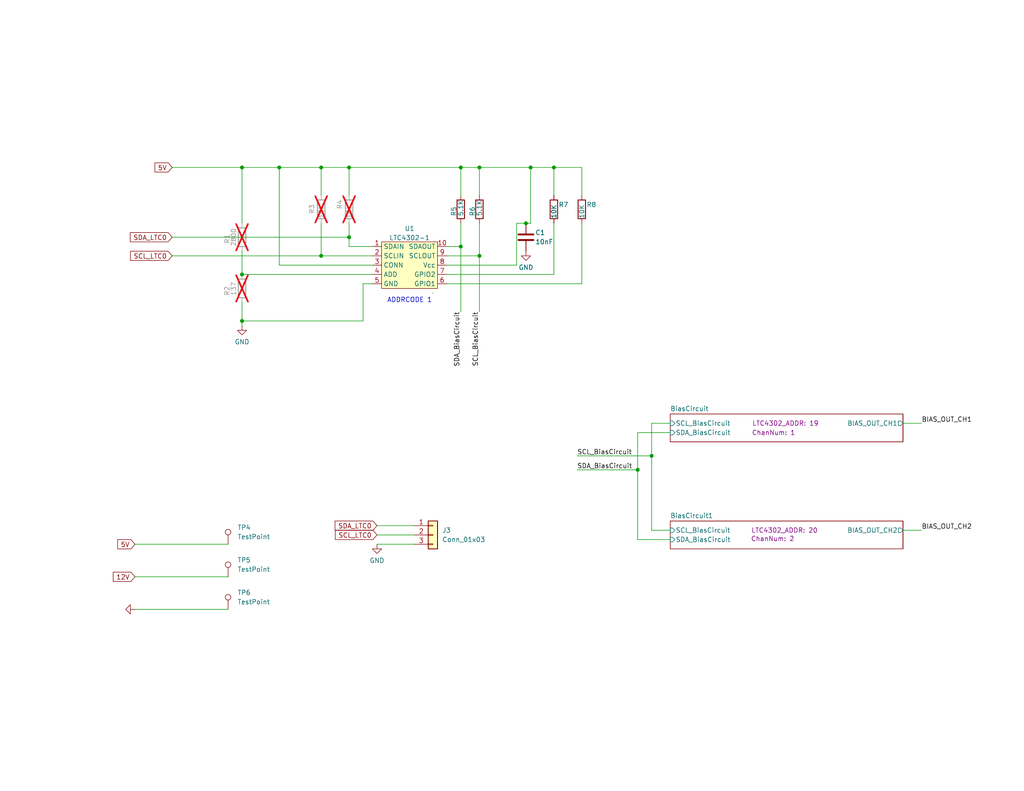
<source format=kicad_sch>
(kicad_sch (version 20250114) (generator "eeschema") (generator_version "9.0")
  (paper "USLetter")
  (title_block (rev "1"))
  (lib_symbols
    (symbol "ALPACA:10k" (pin_numbers (hide yes)) (pin_names (offset 0))
      (property "Reference" "R62" (at 1.905 0.635 0))
      (property "Value" "10k" (at 0 -2.54 90))
      (symbol "10k_0_1"
        (rectangle (start -1.016 -2.54) (end 1.016 2.54) (stroke (width 0.254)))
      )
      (symbol "10k_1_1"
        (pin passive line (at 0 3.81 270) (length 1.27) (name "~") (number "1"))
        (pin passive line (at 0 -3.81 90) (length 1.27) (name "~") (number "2"))
      )
    )
    (symbol "ALPACA:5.1k" (pin_numbers (hide yes)) (pin_names (offset 0))
      (property "Reference" "R65" (at -3.81 0.635 0))
      (property "Value" "5.1k" (at 0 -1.905 90))
      (symbol "5.1k_0_1"
        (rectangle (start -1.016 -2.54) (end 1.016 2.54) (stroke (width 0.254)))
      )
      (symbol "5.1k_1_1"
        (pin passive line (at 0 3.81 270) (length 1.27) (name "~") (number "1"))
        (pin passive line (at 0 -3.81 90) (length 1.27) (name "~") (number "2"))
      )
    )
    (symbol "ALPACA:LTC4302-1"
      (property "Reference" "U29" (at 0 7.459 0))
      (property "Value" "LTC4302-1" (at 0 4.9221 0))
      (symbol "LTC4302-1_0_1"
        (rectangle (start -7.62 3.81) (end 7.62 -8.89) (stroke (width 0.1524)) (fill (type background)))
        (rectangle (start 6.35 -10.16) (end 6.35 -10.16) (stroke (width 0.1524)))
        (rectangle (start 6.35 -10.16) (end 6.35 -10.16) (stroke (width 0.1524)))
      )
      (symbol "LTC4302-1_1_1"
        (pin input line (at -10.16 2.54 0) (length 2.54) (name "SDAIN") (number "1"))
        (pin input line (at -10.16 0 0) (length 2.54) (name "SCLIN") (number "2"))
        (pin input line (at -10.16 -2.54 0) (length 2.54) (name "CONN") (number "3"))
        (pin input line (at -10.16 -5.08 0) (length 2.54) (name "ADD") (number "4"))
        (pin passive line (at -10.16 -7.62 0) (length 2.54) (name "GND") (number "5"))
        (pin output line (at 10.16 2.54 180) (length 2.54) (name "SDAOUT") (number "10"))
        (pin output line (at 10.16 0 180) (length 2.54) (name "SCLOUT") (number "9"))
        (pin power_in line (at 10.16 -2.54 180) (length 2.54) (name "Vcc") (number "8"))
        (pin input line (at 10.16 -5.08 180) (length 2.54) (name "GPIO2") (number "7"))
        (pin input line (at 10.16 -7.62 180) (length 2.54) (name "GPIO1") (number "6"))
      )
    )
    (symbol "ALPACARepeaterLibrary:10nF" (pin_numbers (hide yes)) (pin_names (offset 0.254))
      (property "Reference" "C" (at 0.635 2.54 0))
      (property "Value" "10nF" (at 0.635 -2.54 0))
      (symbol "10nF_0_1"
        (polyline (pts (xy -2.032 0.762) (xy 2.032 0.762)) (stroke (width 0.508)))
        (polyline (pts (xy -2.032 -0.762) (xy 2.032 -0.762)) (stroke (width 0.508)))
      )
      (symbol "10nF_1_1"
        (pin passive line (at 0 3.81 270) (length 2.794) (name "~") (number "1"))
        (pin passive line (at 0 -3.81 90) (length 2.794) (name "~") (number "2"))
      )
    )
    (symbol "Connector:TestPoint" (pin_numbers (hide yes)) (pin_names (offset 0.762) (hide yes))
      (property "Reference" "TP" (at 0 6.858 0))
      (property "Value" "TestPoint" (at 0 5.08 0))
      (symbol "TestPoint_0_1"
        (circle (center 0 3.302) (radius 0.762))
      )
      (symbol "TestPoint_1_1"
        (pin passive line (at 0 0 90) (length 2.54) (name "1") (number "1"))
      )
    )
    (symbol "Connector_Generic:Conn_01x03" (pin_names (offset 1.016) (hide yes))
      (property "Reference" "J" (at 0 5.08 0))
      (property "Value" "Conn_01x03" (at 0 -5.08 0))
      (symbol "Conn_01x03_1_1"
        (rectangle (start -1.27 3.81) (end 1.27 -3.81) (stroke (width 0.254)) (fill (type background)))
        (rectangle (start -1.27 2.667) (end 0 2.413) (stroke (width 0.1524)))
        (rectangle (start -1.27 0.127) (end 0 -0.127) (stroke (width 0.1524)))
        (rectangle (start -1.27 -2.413) (end 0 -2.667) (stroke (width 0.1524)))
        (pin passive line (at -5.08 2.54 0) (length 3.81) (name "Pin_1") (number "1"))
        (pin passive line (at -5.08 0 0) (length 3.81) (name "Pin_2") (number "2"))
        (pin passive line (at -5.08 -2.54 0) (length 3.81) (name "Pin_3") (number "3"))
      )
    )
    (symbol "power:GND" (power) (pin_names (offset 0))
      (property "Value" "GND" (at 0 -3.81 0))
      (symbol "GND_0_1"
        (polyline (pts (xy 0 0) (xy 0 -1.27) (xy 1.27 -1.27) (xy 0 -2.54) (xy -1.27 -1.27) (xy 0 -1.27)))
      )
      (symbol "GND_1_1"
        (pin power_in line (at 0 0 270) (length 0) (hide yes) (name "GND") (number "1"))
      )
    )
  )
  (rectangle (start -66.802 152.146) (end -55.372 157.226))
  (rectangle (start -85.852 171.196) (end -35.052 197.866))
  (rectangle (start -66.802 176.276) (end -55.372 181.356))
  (rectangle (start -85.852 131.826) (end -35.052 158.496))
  (rectangle (start -66.802 191.516) (end -55.372 196.596))
  (rectangle (start -85.852 136.906) (end -74.422 141.986))
  (rectangle (start -85.852 176.276) (end -74.422 181.356))
  (rectangle (start -66.802 144.526) (end -55.372 149.606))
  (rectangle (start -66.802 183.896) (end -55.372 188.976))
  (rectangle (start -110.49 136.398) (end -99.06 141.478))
  (rectangle (start -66.802 136.906) (end -55.372 141.986))
  (rectangle (start -136.652 131.826) (end -98.552 144.526))
  (rectangle (start -140.462 125.476) (end -31.242 202.946))
  (text "Raspberry PI & \nDaughterboard" (at -129.032 135.636 0) (effects (font (size 1.27 1.27))))
  (text "SDA_LTC31\nSCL_LTC31" (at -61.214 194.564 0) (effects (font (size 1.27 1.27))))
  (text "SDA_LTC19\nSCL_LTC19" (at -61.214 179.324 0) (effects (font (size 1.27 1.27))))
  (text "SDA_LTC31\nSCL_LTC31" (at -61.214 155.194 0) (effects (font (size 1.27 1.27))))
  (text "SDA_LTC0\nSCL_LTC0" (at -104.902 139.446 0) (effects (font (size 1.27 1.27))))
  (text "SDA_LTC...\nSCL_LTC..." (at -61.214 147.574 0) (effects (font (size 1.27 1.27))))
  (text "SDA_LTCn\nSCL_LTCn" (at -80.772 178.816 0) (effects (font (size 1.27 1.27))))
  (text "BACKPLANE CARD n OF 18" (at -68.072 172.466 0) (effects (font (size 1.27 1.27))))
  (text "SDA_LTC19\nSCL_LTC19" (at -61.214 139.954 0) (effects (font (size 1.27 1.27))))
  (text "SDA_PI\nSCL_PI" (at -116.332 139.446 0) (effects (font (size 1.27 1.27))))
  (text "ADDRCODE 1" (at 111.76 82.042 0) (effects (font (size 1.27 1.27))))
  (text "BACKPLANE CARD 1 OF 18" (at -68.072 133.096 0) (effects (font (size 1.27 1.27))))
  (text "SDA_LTC1\nSCL_LTC1" (at -80.772 139.446 0) (effects (font (size 1.27 1.27))))
  (text "SERCOM" (at -134.62 128.27 0) (effects (font (size 1.27 1.27))))
  (text "SDA_LTC...\nSCL_LTC..." (at -61.214 186.944 0) (effects (font (size 1.27 1.27))))
  (text_box "bias circ. ..." (at -53.594 145.034 0) (size 16.51 3.81) (margins 0.9525 0.9525 0.9525 0.9525) (effects (font (size 1.27 1.27)) (justify left top)))
  (text_box "We're using a raspberry pi so all of our logic levels are going to be 3.3 volts\n\n-[X] Fix all of my net names.\n-[X] Make vccd 3.3 volts\n\nThe vreg is not 3.3, its 6 in an ideal world because of the DROP out voltage" (at -162.56 6.35 0) (size 132.08 96.52) (margins 0.9525 0.9525 0.9525 0.9525) (effects (font (size 1.905 1.905)) (justify left top)))
  (text_box "bias circ. ..." (at -53.594 184.404 0) (size 16.51 3.81) (margins 0.9525 0.9525 0.9525 0.9525) (effects (font (size 1.27 1.27)) (justify left top)))
  (text_box "bias circ. 12" (at -53.594 152.654 0) (size 16.51 3.81) (margins 0.9525 0.9525 0.9525 0.9525) (effects (font (size 1.27 1.27)) (justify left top)))
  (text_box "bias circ. 1" (at -53.594 176.784 0) (size 16.51 3.81) (margins 0.9525 0.9525 0.9525 0.9525) (effects (font (size 1.27 1.27)) (justify left top)))
  (text_box "bias circ. 12" (at -53.594 192.024 0) (size 16.51 3.81) (margins 0.9525 0.9525 0.9525 0.9525) (effects (font (size 1.27 1.27)) (justify left top)))
  (text_box "bias circ. 1" (at -53.594 137.414 0) (size 16.51 3.81) (margins 0.9525 0.9525 0.9525 0.9525) (effects (font (size 1.27 1.27)) (justify left top)))
  (junction (at 95.25 45.72))
  (junction (at 66.04 74.93))
  (junction (at 66.04 87.63))
  (junction (at 173.99 128.27))
  (junction (at 144.78 45.72))
  (junction (at 87.63 69.85))
  (junction (at 76.2 45.72))
  (junction (at 66.04 45.72))
  (junction (at 143.51 60.96))
  (junction (at 125.73 45.72))
  (junction (at 87.63 45.72))
  (junction (at 125.73 67.31))
  (junction (at 130.81 69.85))
  (junction (at 151.13 45.72))
  (junction (at 95.25 64.77))
  (junction (at 177.8 124.46))
  (junction (at 130.81 45.72))
  (wire (pts (xy 151.13 45.72) (xy 151.13 53.34)))
  (wire (pts (xy 173.99 118.11) (xy 173.99 128.27)))
  (wire (pts (xy 125.73 60.96) (xy 125.73 67.31)))
  (polyline (pts (xy -69.342 138.176) (xy -69.342 145.796)) (stroke (width 0) (type solid) (color 66 161 108 1)))
  (wire (pts (xy 158.75 45.72) (xy 151.13 45.72)))
  (wire (pts (xy 121.92 69.85) (xy 130.81 69.85)))
  (wire (pts (xy 95.25 53.34) (xy 95.25 45.72)))
  (polyline (pts (xy -71.882 155.956) (xy -66.802 155.956)) (stroke (width 0) (type solid) (color 136 61 205 1)))
  (wire (pts (xy 66.04 87.63) (xy 99.06 87.63)))
  (polyline (pts (xy -69.342 185.166) (xy -69.342 194.056)) (stroke (width 0) (type solid) (color 66 161 108 1)))
  (wire (pts (xy 158.75 53.34) (xy 158.75 45.72)))
  (wire (pts (xy 101.6 67.31) (xy 95.25 67.31)))
  (wire (pts (xy 102.87 146.05) (xy 113.03 146.05)))
  (wire (pts (xy 102.87 143.51) (xy 113.03 143.51)))
  (polyline (pts (xy -74.422 140.716) (xy -66.802 140.716)) (stroke (width 0) (type solid) (color 136 61 205 1)))
  (wire (pts (xy 46.99 45.72) (xy 66.04 45.72)))
  (polyline (pts (xy -69.342 194.056) (xy -66.802 194.056)) (stroke (width 0) (type solid) (color 66 161 108 1)))
  (wire (pts (xy 66.04 82.55) (xy 66.04 87.63)))
  (wire (pts (xy 66.04 74.93) (xy 101.6 74.93)))
  (polyline (pts (xy -90.932 138.176) (xy -90.932 177.546)))
  (wire (pts (xy 66.04 45.72) (xy 76.2 45.72)))
  (wire (pts (xy 177.8 144.78) (xy 177.8 124.46)))
  (wire (pts (xy 182.88 144.78) (xy 177.8 144.78)))
  (polyline (pts (xy -71.882 187.706) (xy -71.882 195.326)) (stroke (width 0) (type solid) (color 136 61 205 1)))
  (polyline (pts (xy -96.012 180.086) (xy -85.852 180.086)))
  (polyline (pts (xy -71.882 148.336) (xy -66.802 148.336)) (stroke (width 0) (type solid) (color 136 61 205 1)))
  (wire (pts (xy 158.75 77.47) (xy 158.75 60.96)))
  (polyline (pts (xy -69.342 145.796) (xy -69.342 154.686)) (stroke (width 0) (type solid) (color 66 161 108 1)))
  (wire (pts (xy 76.2 45.72) (xy 87.63 45.72)))
  (wire (pts (xy 36.83 148.59) (xy 62.23 148.59)))
  (wire (pts (xy 130.81 53.34) (xy 130.81 45.72)))
  (wire (pts (xy 143.51 60.96) (xy 144.78 60.96)))
  (wire (pts (xy 102.87 148.59) (xy 113.03 148.59)))
  (wire (pts (xy 125.73 45.72) (xy 125.73 53.34)))
  (polyline (pts (xy -69.342 177.546) (xy -69.342 185.166)) (stroke (width 0) (type solid) (color 66 161 108 1)))
  (wire (pts (xy 177.8 115.57) (xy 177.8 124.46)))
  (wire (pts (xy 151.13 60.96) (xy 151.13 74.93)))
  (wire (pts (xy 87.63 45.72) (xy 87.63 53.34)))
  (polyline (pts (xy -71.882 148.336) (xy -71.882 155.956)) (stroke (width 0) (type solid) (color 136 61 205 1)))
  (wire (pts (xy 144.78 45.72) (xy 151.13 45.72)))
  (polyline (pts (xy -66.802 180.086) (xy -66.802 181.356)))
  (polyline (pts (xy -71.882 195.326) (xy -66.802 195.326)) (stroke (width 0) (type solid) (color 136 61 205 1)))
  (wire (pts (xy 95.25 67.31) (xy 95.25 64.77)))
  (polyline (pts (xy -66.802 140.716) (xy -66.802 141.986)))
  (polyline (pts (xy -99.822 140.716) (xy -84.582 140.716)))
  (wire (pts (xy 66.04 68.58) (xy 66.04 74.93)))
  (wire (pts (xy 130.81 69.85) (xy 130.81 85.09)))
  (polyline (pts (xy -71.882 140.716) (xy -71.882 148.336)) (stroke (width 0) (type solid) (color 136 61 205 1)))
  (wire (pts (xy 87.63 45.72) (xy 95.25 45.72)))
  (wire (pts (xy 36.83 166.37) (xy 62.23 166.37)))
  (polyline (pts (xy -74.422 138.176) (xy -66.802 138.176)) (stroke (width 0) (type solid) (color 66 161 108 1)))
  (wire (pts (xy 251.46 144.78) (xy 246.38 144.78)))
  (wire (pts (xy 173.99 128.27) (xy 173.99 147.32)))
  (wire (pts (xy 130.81 60.96) (xy 130.81 69.85)))
  (wire (pts (xy 66.04 87.63) (xy 66.04 88.9)))
  (polyline (pts (xy -69.342 145.796) (xy -66.802 145.796)) (stroke (width 0) (type solid) (color 66 161 108 1)))
  (wire (pts (xy 177.8 115.57) (xy 182.88 115.57)))
  (wire (pts (xy 140.97 60.96) (xy 140.97 72.39)))
  (polyline (pts (xy -69.342 154.686) (xy -66.802 154.686)) (stroke (width 0) (type solid) (color 66 161 108 1)))
  (polyline (pts (xy -71.882 187.706) (xy -66.802 187.706)) (stroke (width 0) (type solid) (color 136 61 205 1)))
  (wire (pts (xy 125.73 67.31) (xy 125.73 85.09)))
  (wire (pts (xy 99.06 77.47) (xy 99.06 87.63)))
  (wire (pts (xy 140.97 72.39) (xy 121.92 72.39)))
  (wire (pts (xy 121.92 77.47) (xy 158.75 77.47)))
  (wire (pts (xy 173.99 147.32) (xy 182.88 147.32)))
  (wire (pts (xy 36.83 157.48) (xy 62.23 157.48)))
  (wire (pts (xy 140.97 60.96) (xy 143.51 60.96)))
  (polyline (pts (xy -69.342 185.166) (xy -66.802 185.166)) (stroke (width 0) (type solid) (color 66 161 108 1)))
  (wire (pts (xy 46.99 64.77) (xy 95.25 64.77)))
  (wire (pts (xy 76.2 72.39) (xy 76.2 45.72)))
  (polyline (pts (xy -96.012 140.716) (xy -96.012 180.086)))
  (wire (pts (xy 95.25 45.72) (xy 125.73 45.72)))
  (wire (pts (xy 144.78 60.96) (xy 144.78 45.72)))
  (polyline (pts (xy -99.822 138.176) (xy -84.582 138.176)))
  (wire (pts (xy 251.46 115.57) (xy 246.38 115.57)))
  (wire (pts (xy 125.73 45.72) (xy 130.81 45.72)))
  (wire (pts (xy 87.63 60.96) (xy 87.63 69.85)))
  (polyline (pts (xy -74.422 177.546) (xy -66.802 177.546)) (stroke (width 0) (type solid) (color 66 161 108 1)))
  (polyline (pts (xy -74.422 180.086) (xy -66.802 180.086)) (stroke (width 0) (type solid) (color 136 61 205 1)))
  (wire (pts (xy 99.06 77.47) (xy 101.6 77.47)))
  (wire (pts (xy 130.81 45.72) (xy 144.78 45.72)))
  (wire (pts (xy 173.99 118.11) (xy 182.88 118.11)))
  (wire (pts (xy 121.92 67.31) (xy 125.73 67.31)))
  (wire (pts (xy 95.25 64.77) (xy 95.25 60.96)))
  (wire (pts (xy 157.48 124.46) (xy 177.8 124.46)))
  (wire (pts (xy 157.48 128.27) (xy 173.99 128.27)))
  (wire (pts (xy 101.6 72.39) (xy 76.2 72.39)))
  (wire (pts (xy 46.99 69.85) (xy 87.63 69.85)))
  (polyline (pts (xy -71.882 180.086) (xy -71.882 187.706)) (stroke (width 0) (type solid) (color 136 61 205 1)))
  (wire (pts (xy 87.63 69.85) (xy 101.6 69.85)))
  (wire (pts (xy 66.04 45.72) (xy 66.04 60.96)))
  (polyline (pts (xy -90.932 177.546) (xy -85.852 177.546)))
  (wire (pts (xy 121.92 74.93) (xy 151.13 74.93)))
  (label "SCL_BiasCircuit" (at 130.81 85.09 270))
  (label "SCL_BiasCircuit" (at 157.48 124.46 0))
  (label "BIAS_OUT_CH1" (at 251.46 115.57 0))
  (label "SDA_BiasCircuit" (at 125.73 85.09 270))
  (label "SDA_BiasCircuit" (at 157.48 128.27 0))
  (label "BIAS_OUT_CH2" (at 251.46 144.78 0))
  (global_label "SDA_LTC0" (shape input) (at 46.99 64.77 180) (property "Intersheetrefs" "${INTERSHEET_REFS}" (effects (hide yes))))
  (global_label "SDA_LTC0" (shape input) (at 102.87 143.51 180) (property "Intersheetrefs" "${INTERSHEET_REFS}" (effects (hide yes))))
  (global_label "SCL_LTC0" (shape input) (at 46.99 69.85 180) (property "Intersheetrefs" "${INTERSHEET_REFS}" (effects (hide yes))))
  (global_label "5V" (shape input) (at 36.83 148.59 180) (property "Intersheetrefs" "${INTERSHEET_REFS}" (effects (hide yes))))
  (global_label "SCL_LTC0" (shape input) (at 102.87 146.05 180) (property "Intersheetrefs" "${INTERSHEET_REFS}" (effects (hide yes))))
  (global_label "12V" (shape input) (at 36.83 157.48 180) (property "Intersheetrefs" "${INTERSHEET_REFS}" (effects (hide yes))))
  (global_label "5V" (shape input) (at 46.99 45.72 180) (property "Intersheetrefs" "${INTERSHEET_REFS}" (effects (hide yes))))
  (symbol (lib_id "ALPACA:5.1k") (at 130.81 57.15 0) (unit 1)
    (property "Reference" "R6" (at 128.905 59.055 90) (effects (justify left)))
    (property "Value" "5.1K" (at 130.81 59.055 90) (effects (justify left)))
    (property "Footprint" "Resistor_SMD:R_0603_1608Metric" (effects (hide yes)))
    (property "Datasheet" "https://www.digikey.com/en/products/detail/panasonic-electronic-components/ERJ-3EKF5101V/1746427" (effects (hide yes)))
    (property "LCSC Part #" "ERJ-3EKF5101V" (effects (hide yes)))
  )
  (symbol (lib_id "Connector:TestPoint") (at 62.23 157.48 0) (unit 1)
    (property "Reference" "TP5" (at 64.77 152.9079 0) (effects (justify left)))
    (property "Value" "TestPoint" (at 64.77 155.4479 0) (effects (justify left)))
    (property "Footprint" "TestPoint:TestPoint_Keystone_5005-5009_Compact" (effects (hide yes)))
    (property "Datasheet" "https://www.mouser.com/ProductDetail/Keystone-Electronics/5006?qs=q0tsjPZWdm99DN5QVOwb8g%3D%3D" (effects (hide yes)))
    (property "Description" "test point" (effects (hide yes)))
    (property "Mouser" "534-5006 " (effects (hide yes)))
    (property "LCSC Part #" "5006" (effects (hide yes)))
  )
  (symbol (lib_id "power:GND") (at 36.83 166.37 270) (unit 1)
    (property "Reference" "#PWR024" (effects (hide yes)))
    (property "Value" "GND" (effects (hide yes)))
  )
  (symbol (lib_id "power:GND") (at 102.87 148.59 0) (unit 1)
    (property "Reference" "#PWR025" (effects (hide yes)))
    (property "Value" "GND" (at 102.87 153.0334 0))
  )
  (symbol (lib_id "ALPACA:LTC4302-1") (at 111.76 69.85 0) (unit 1)
    (property "Reference" "U1" (at 111.76 62.391 0))
    (property "Value" "LTC4302-1" (at 111.76 64.9279 0))
    (property "Footprint" "Package_SO:MSOP-10_3x3mm_P0.5mm" (effects (hide yes)))
    (property "Datasheet" "https://www.analog.com/media/en/technical-documentation/data-sheets/4302fs.pdf" (effects (hide yes)))
    (property "Link" "https://www.mouser.com/ProductDetail/Analog-Devices/LTC4302CMS-1PBF?qs=hVkxg5c3xu%252Bw9pR4r9Tpog%3D%3D" (effects (hide yes)))
    (property "Digikey" "505-LT3080IST#PBF-ND" (effects (hide yes)))
    (property "LCSC Part #" "LTC4302CMS-1#PBF" (effects (hide yes)))
  )
  (symbol (lib_id "ALPACARepeaterLibrary:10nF") (at 143.51 64.77 180) (unit 1)
    (property "Reference" "C1" (at 146.05 63.5 0) (effects (justify right)))
    (property "Value" "10nF" (at 146.05 66.04 0) (effects (justify right)))
    (property "Footprint" "Capacitor_SMD:C_0402_1005Metric" (effects (hide yes)))
    (property "Datasheet" "https://www.mouser.com/ProductDetail/KYOCERA-AVX/04025Z103KAT2A?qs=sGAEpiMZZMukHu%252BjC5l7YfEq5W2hefEsZEIE60dvsfE%3D" (effects (hide yes)))
    (property "Mouser" "581-04025Z103KAT2A " (effects (hide yes)))
    (property "LCSC Part #" "04025Z103KAT2A" (effects (hide yes)))
  )
  (symbol (lib_id "Connector:TestPoint") (at 62.23 166.37 0) (unit 1)
    (property "Reference" "TP6" (at 64.77 161.7979 0) (effects (justify left)))
    (property "Value" "TestPoint" (at 64.77 164.3379 0) (effects (justify left)))
    (property "Footprint" "TestPoint:TestPoint_Keystone_5005-5009_Compact" (effects (hide yes)))
    (property "Datasheet" "https://www.mouser.com/ProductDetail/Keystone-Electronics/5006?qs=q0tsjPZWdm99DN5QVOwb8g%3D%3D" (effects (hide yes)))
    (property "Description" "test point" (effects (hide yes)))
    (property "Mouser" "534-5006 " (effects (hide yes)))
    (property "LCSC Part #" "5006" (effects (hide yes)))
  )
  (symbol (lib_id "Connector_Generic:Conn_01x03") (at 118.11 146.05 0) (unit 1)
    (property "Reference" "J3" (at 120.65 144.7799 0) (effects (justify left)))
    (property "Value" "Conn_01x03" (at 120.65 147.3199 0) (effects (justify left)))
    (property "Footprint" "Connector_PinHeader_2.54mm:PinHeader_1x03_P2.54mm_Vertical" (effects (hide yes)))
    (property "Description" "Generic connector, single row, 01x03, script generated (kicad-library-utils/schlib/autogen/connector/)" (effects (hide yes)))
  )
  (symbol (lib_id "ALPACA:10k") (at 66.04 64.77 0) (unit 1) (dnp yes)
    (property "Reference" "R1" (at 61.976 66.548 90) (effects (justify left)))
    (property "Value" "2800" (at 63.754 67.31 90) (effects (justify left)))
    (property "Footprint" "Resistor_SMD:R_0603_1608Metric" (effects (hide yes)))
    (property "Datasheet" "https://www.mouser.com/ProductDetail/TE-Connectivity-Holsworthy/RA73F1J2K8BTDF?qs=sGAEpiMZZMtlubZbdhIBIJBDgjsVQBFlHZASoktwSuo%3D" (effects (hide yes)))
    (property "Mouser" "279-RA73F1J2K8BTDF" (effects (hide yes)))
    (property "LCSC Part #" "RA73F1J2K8BTDF" (effects (hide yes)))
  )
  (symbol (lib_id "power:GND") (at 143.51 68.58 0) (unit 1)
    (property "Reference" "#PWR02" (effects (hide yes)))
    (property "Value" "GND" (at 143.51 73.0234 0))
  )
  (symbol (lib_id "ALPACA:10k") (at 95.25 57.15 0) (unit 1) (dnp yes)
    (property "Reference" "R4" (at 92.71 57.15 90) (effects (justify left)))
    (property "Value" "10K" (at 95.25 59.69 90) (effects (justify left)))
    (property "Footprint" "Resistor_SMD:R_0603_1608Metric" (effects (hide yes)))
    (property "Datasheet" "https://www.digikey.com/en/products/detail/stackpole-electronics-inc/RNCF0603TKY10K0/2269698" (effects (hide yes)))
    (property "LCSC Part #" "RNCF0603TKY10K0" (effects (hide yes)))
  )
  (symbol (lib_id "ALPACA:5.1k") (at 125.73 57.15 0) (unit 1)
    (property "Reference" "R5" (at 123.825 59.055 90) (effects (justify left)))
    (property "Value" "5.1K" (at 125.73 59.055 90) (effects (justify left)))
    (property "Footprint" "Resistor_SMD:R_0603_1608Metric" (effects (hide yes)))
    (property "Datasheet" "https://www.digikey.com/en/products/detail/panasonic-electronic-components/ERJ-3EKF5101V/1746427" (effects (hide yes)))
    (property "LCSC Part #" "ERJ-3EKF5101V" (effects (hide yes)))
  )
  (symbol (lib_id "ALPACA:10k") (at 66.04 78.74 0) (unit 1) (dnp yes)
    (property "Reference" "R2" (at 61.976 80.772 90) (effects (justify left)))
    (property "Value" "137" (at 63.754 80.772 90) (effects (justify left)))
    (property "Footprint" "Resistor_SMD:R_0603_1608Metric" (effects (hide yes)))
    (property "Datasheet" "https://www.mouser.com/ProductDetail/Panasonic/ERA-3VEB1370V?qs=sGAEpiMZZMtG0KNrPCHnjcm3Ue9w12BKIxz%2FIKTaU8K%252BIRCCM13wKg%3D%3D" (effects (hide yes)))
    (property "Mouser" "667-ERA-3VEB1370V" (effects (hide yes)))
    (property "LCSC Part #" " ERA-3VEB1370V" (effects (hide yes)))
  )
  (symbol (lib_id "Connector:TestPoint") (at 62.23 148.59 0) (unit 1)
    (property "Reference" "TP4" (at 64.77 144.0179 0) (effects (justify left)))
    (property "Value" "TestPoint" (at 64.77 146.5579 0) (effects (justify left)))
    (property "Footprint" "TestPoint:TestPoint_Keystone_5005-5009_Compact" (effects (hide yes)))
    (property "Datasheet" "https://www.mouser.com/ProductDetail/Keystone-Electronics/5006?qs=q0tsjPZWdm99DN5QVOwb8g%3D%3D" (effects (hide yes)))
    (property "Description" "test point" (effects (hide yes)))
    (property "Mouser" "534-5006 " (effects (hide yes)))
    (property "LCSC Part #" "5006" (effects (hide yes)))
  )
  (symbol (lib_id "ALPACA:10k") (at 158.75 57.15 0) (unit 1)
    (property "Reference" "R8" (at 160.02 55.88 0) (effects (justify left)))
    (property "Value" "10K" (at 158.75 59.69 90) (effects (justify left)))
    (property "Footprint" "Resistor_SMD:R_0603_1608Metric" (effects (hide yes)))
    (property "Datasheet" "https://www.digikey.com/en/products/detail/stackpole-electronics-inc/RNCF0603TKY10K0/2269698" (effects (hide yes)))
    (property "LCSC Part #" "RNCF0603TKY10K0" (effects (hide yes)))
  )
  (symbol (lib_id "power:GND") (at 66.04 88.9 0) (unit 1)
    (property "Reference" "#PWR01" (effects (hide yes)))
    (property "Value" "GND" (at 66.04 93.3434 0))
  )
  (symbol (lib_id "ALPACA:10k") (at 151.13 57.15 0) (unit 1)
    (property "Reference" "R7" (at 152.4 55.88 0) (effects (justify left)))
    (property "Value" "10K" (at 151.13 59.69 90) (effects (justify left)))
    (property "Footprint" "Resistor_SMD:R_0603_1608Metric" (effects (hide yes)))
    (property "Datasheet" "https://www.digikey.com/en/products/detail/stackpole-electronics-inc/RNCF0603TKY10K0/2269698" (effects (hide yes)))
    (property "LCSC Part #" "RNCF0603TKY10K0" (effects (hide yes)))
  )
  (symbol (lib_id "ALPACA:10k") (at 87.63 57.15 0) (unit 1) (dnp yes)
    (property "Reference" "R3" (at 85.09 58.42 90) (effects (justify left)))
    (property "Value" "10K" (at 87.63 59.69 90) (effects (justify left)))
    (property "Footprint" "Resistor_SMD:R_0603_1608Metric" (effects (hide yes)))
    (property "Datasheet" "https://www.digikey.com/en/products/detail/stackpole-electronics-inc/RNCF0603TKY10K0/2269698" (effects (hide yes)))
    (property "LCSC Part #" "RNCF0603TKY10K0" (effects (hide yes)))
  )
  (sheet (at 182.88 113.03) (size 63.5 7.62) (stroke (width 0.1524))
    (property "Sheetname" "BiasCircuit" (at 182.88 112.3184 0) (effects (justify left bottom)))
    (property "Sheetfile" "BiasCircuit.kicad_sch" (effects (hide yes)))
    (property "LTC4302_ADDR" "19" (at 205.232 115.57 0) (show_name yes) (effects (justify left)))
    (property "ChanNum" "1" (at 211.074 118.11 0) (show_name yes))
    (pin "SCL_BiasCircuit" input (at 182.88 115.57 180))
    (pin "SDA_BiasCircuit" input (at 182.88 118.11 180))
    (pin "BIAS_OUT_CH${ChanNum}" output (at 246.38 115.57 0))
  )
  (sheet (at 182.88 142.24) (size 63.5 7.62) (stroke (width 0.1524))
    (property "Sheetname" "BiasCircuit1" (at 182.88 141.5284 0) (effects (justify left bottom)))
    (property "Sheetfile" "BiasCircuit.kicad_sch" (effects (hide yes)))
    (property "LTC4302_ADDR" "20" (at 204.978 144.78 0) (show_name yes) (effects (justify left)))
    (property "ChanNum" "2" (at 210.82 147.066 0) (show_name yes))
    (pin "SCL_BiasCircuit" input (at 182.88 144.78 180))
    (pin "SDA_BiasCircuit" input (at 182.88 147.32 180))
    (pin "BIAS_OUT_CH${ChanNum}" output (at 246.38 144.78 0))
  )
)
</source>
